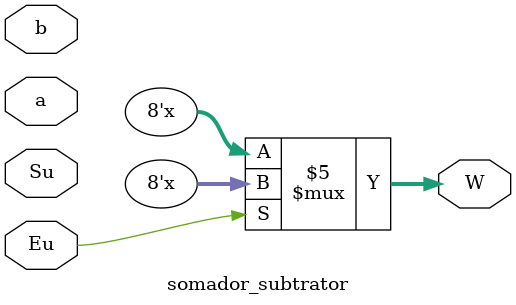
<source format=sv>
module somador_subtrator(input Su, input Eu, input [7:0]a, input [7:0]b, output [7:0]W);

	logic [7:0] s;
	
	always
		begin
			if(Su)
				s <= a -s;
			else
				s <= a + b;
				
			if(Eu)
				W <= s;
			else
				W <= 8'bzzzzzzzz;
		
		end	

endmodule 
</source>
